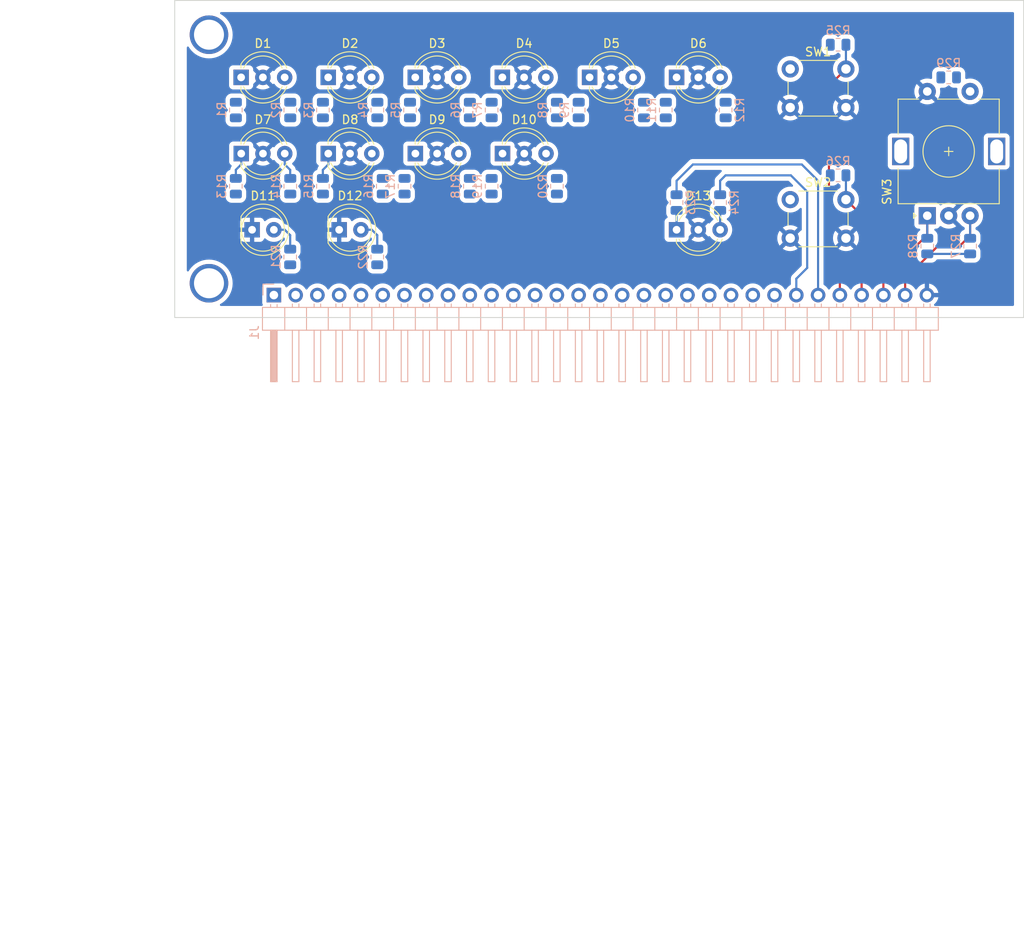
<source format=kicad_pcb>
(kicad_pcb (version 20211014) (generator pcbnew)

  (general
    (thickness 1.6)
  )

  (paper "A4")
  (layers
    (0 "F.Cu" signal)
    (31 "B.Cu" signal)
    (32 "B.Adhes" user "B.Adhesive")
    (33 "F.Adhes" user "F.Adhesive")
    (34 "B.Paste" user)
    (35 "F.Paste" user)
    (36 "B.SilkS" user "B.Silkscreen")
    (37 "F.SilkS" user "F.Silkscreen")
    (38 "B.Mask" user)
    (39 "F.Mask" user)
    (40 "Dwgs.User" user "User.Drawings")
    (41 "Cmts.User" user "User.Comments")
    (42 "Eco1.User" user "User.Eco1")
    (43 "Eco2.User" user "User.Eco2")
    (44 "Edge.Cuts" user)
    (45 "Margin" user)
    (46 "B.CrtYd" user "B.Courtyard")
    (47 "F.CrtYd" user "F.Courtyard")
    (48 "B.Fab" user)
    (49 "F.Fab" user)
    (50 "User.1" user)
    (51 "User.2" user)
    (52 "User.3" user)
    (53 "User.4" user)
    (54 "User.5" user)
    (55 "User.6" user)
    (56 "User.7" user)
    (57 "User.8" user)
    (58 "User.9" user)
  )

  (setup
    (pad_to_mask_clearance 0)
    (pcbplotparams
      (layerselection 0x00010fc_ffffffff)
      (disableapertmacros false)
      (usegerberextensions false)
      (usegerberattributes true)
      (usegerberadvancedattributes true)
      (creategerberjobfile true)
      (svguseinch false)
      (svgprecision 6)
      (excludeedgelayer true)
      (plotframeref false)
      (viasonmask false)
      (mode 1)
      (useauxorigin false)
      (hpglpennumber 1)
      (hpglpenspeed 20)
      (hpglpendiameter 15.000000)
      (dxfpolygonmode true)
      (dxfimperialunits true)
      (dxfusepcbnewfont true)
      (psnegative false)
      (psa4output false)
      (plotreference true)
      (plotvalue true)
      (plotinvisibletext false)
      (sketchpadsonfab false)
      (subtractmaskfromsilk false)
      (outputformat 1)
      (mirror false)
      (drillshape 1)
      (scaleselection 1)
      (outputdirectory "")
    )
  )

  (net 0 "")
  (net 1 "Net-(D1-Pad1)")
  (net 2 "GNDD")
  (net 3 "Net-(D1-Pad3)")
  (net 4 "Net-(D2-Pad1)")
  (net 5 "Net-(D2-Pad3)")
  (net 6 "Net-(D3-Pad1)")
  (net 7 "Net-(D3-Pad3)")
  (net 8 "Net-(D4-Pad1)")
  (net 9 "Net-(D4-Pad3)")
  (net 10 "Net-(D5-Pad1)")
  (net 11 "Net-(D5-Pad3)")
  (net 12 "Net-(D6-Pad1)")
  (net 13 "Net-(D6-Pad3)")
  (net 14 "Net-(D7-Pad1)")
  (net 15 "Net-(D7-Pad3)")
  (net 16 "Net-(D8-Pad1)")
  (net 17 "LED_VALVE1_OPEN")
  (net 18 "LED_VALVE1_CLOSE")
  (net 19 "LED_VALVE2_OPEN")
  (net 20 "LED_VALVE2_CLOSE")
  (net 21 "LED_VALVE3_OPEN")
  (net 22 "LED_VALVE3_CLOSE")
  (net 23 "LED_VALVE4_OPEN")
  (net 24 "LED_VALVE4_CLOSE")
  (net 25 "LED_LS1_OK")
  (net 26 "LED_LS1_ARARM")
  (net 27 "LED_LS2_OK")
  (net 28 "LED_LS2_ALARM")
  (net 29 "LED_LS3_OK")
  (net 30 "LED_LS3_ALARM")
  (net 31 "LED_PWR_BAT")
  (net 32 "LED_PWR_LINE")
  (net 33 "LED_FS1")
  (net 34 "LED_FS2")
  (net 35 "SW_OK")
  (net 36 "VCC")
  (net 37 "SW_CANCEL")
  (net 38 "SW_ENTER")
  (net 39 "Net-(D10-Pad1)")
  (net 40 "Net-(D10-Pad3)")
  (net 41 "Net-(D12-Pad2)")
  (net 42 "Net-(D13-Pad1)")
  (net 43 "Net-(D13-Pad3)")
  (net 44 "Net-(D8-Pad3)")
  (net 45 "Net-(D9-Pad1)")
  (net 46 "Net-(D9-Pad3)")
  (net 47 "Net-(D11-Pad2)")
  (net 48 "LED_VALVE5_OPEN")
  (net 49 "LED_VALVE5_CLOSE")
  (net 50 "LED_VALVE6_OPEN")
  (net 51 "LED_VALVE6_CLOSE")
  (net 52 "ENC_A")
  (net 53 "ENC_B")
  (net 54 "unconnected-(J1-Pad9)")
  (net 55 "LED_LS4_OK")
  (net 56 "LED_LS4_ALARM")
  (net 57 "unconnected-(J1-Pad1)")
  (net 58 "unconnected-(J1-Pad2)")
  (net 59 "unconnected-(J1-Pad3)")
  (net 60 "unconnected-(J1-Pad10)")
  (net 61 "unconnected-(J1-Pad11)")
  (net 62 "unconnected-(J1-Pad12)")
  (net 63 "unconnected-(J1-Pad4)")
  (net 64 "unconnected-(J1-Pad5)")
  (net 65 "unconnected-(J1-Pad6)")
  (net 66 "unconnected-(J1-Pad7)")
  (net 67 "unconnected-(J1-Pad8)")
  (net 68 "unconnected-(J1-Pad13)")
  (net 69 "unconnected-(J1-Pad14)")
  (net 70 "unconnected-(J1-Pad15)")
  (net 71 "unconnected-(J1-Pad16)")
  (net 72 "unconnected-(J1-Pad17)")
  (net 73 "unconnected-(J1-Pad18)")
  (net 74 "unconnected-(J1-Pad19)")
  (net 75 "unconnected-(J1-Pad20)")
  (net 76 "unconnected-(J1-Pad21)")
  (net 77 "unconnected-(J1-Pad22)")
  (net 78 "unconnected-(J1-Pad23)")
  (net 79 "unconnected-(J1-Pad24)")

  (footprint "Button_Switch_THT:SW_PUSH_6mm" (layer "F.Cu") (at 175.82 108.24))

  (footprint "LED_THT:LED_D5.0mm-3" (layer "F.Cu") (at 132.08 102.87))

  (footprint "LED_THT:LED_D5.0mm-3" (layer "F.Cu") (at 142.23 93.98))

  (footprint "LED_THT:LED_D5.0mm-3" (layer "F.Cu") (at 152.41 93.98))

  (footprint "LED_THT:LED_D5.0mm-3" (layer "F.Cu") (at 111.76 102.87))

  (footprint "LED_THT:LED_D5.0mm-3" (layer "F.Cu") (at 121.91 93.98))

  (footprint "Button_Switch_THT:SW_PUSH_6mm" (layer "F.Cu") (at 175.82 93))

  (footprint "Rotary_Encoder:RotaryEncoder_Alps_EC11E-Switch_Vertical_H20mm" (layer "F.Cu") (at 191.81 110.12 90))

  (footprint "LED_THT:LED_D5.0mm-3" (layer "F.Cu") (at 132.07 93.98))

  (footprint "LED_THT:LED_D5.0mm" (layer "F.Cu") (at 123.19 111.76))

  (footprint "LED_THT:LED_D5.0mm-3" (layer "F.Cu") (at 162.56 93.98))

  (footprint "LED_THT:LED_D5.0mm-3" (layer "F.Cu") (at 111.75 93.98))

  (footprint "LED_THT:LED_D5.0mm-3" (layer "F.Cu") (at 142.25 102.87))

  (footprint "LED_THT:LED_D5.0mm" (layer "F.Cu") (at 113.03 111.76))

  (footprint "LED_THT:LED_D5.0mm-3" (layer "F.Cu") (at 121.92 102.87))

  (footprint "LED_THT:LED_D5.0mm-3" (layer "F.Cu") (at 162.56 111.76))

  (footprint "Resistor_SMD:R_0805_2012Metric" (layer "B.Cu") (at 127.645 97.79 -90))

  (footprint "Resistor_SMD:R_0805_2012Metric" (layer "B.Cu") (at 130.82 106.68 -90))

  (footprint "Resistor_SMD:R_0805_2012Metric" (layer "B.Cu") (at 151.14 97.79 -90))

  (footprint "Resistor_SMD:R_0805_2012Metric" (layer "B.Cu") (at 140.98 97.79 -90))

  (footprint "Resistor_SMD:R_0805_2012Metric" (layer "B.Cu") (at 138.44 106.68 -90))

  (footprint "Resistor_SMD:R_0805_2012Metric" (layer "B.Cu") (at 181.4075 90.17 180))

  (footprint "Resistor_SMD:R_0805_2012Metric" (layer "B.Cu") (at 161.3 97.79 -90))

  (footprint "Resistor_SMD:R_0805_2012Metric" (layer "B.Cu") (at 111.135 97.79 -90))

  (footprint "Resistor_SMD:R_0805_2012Metric" (layer "B.Cu") (at 138.44 97.79 -90))

  (footprint "Resistor_SMD:R_0805_2012Metric" (layer "B.Cu") (at 148.6 106.68 -90))

  (footprint "Resistor_SMD:R_0805_2012Metric" (layer "B.Cu") (at 191.81 113.665 -90))

  (footprint "Resistor_SMD:R_0805_2012Metric" (layer "B.Cu") (at 111.135 106.68 -90))

  (footprint "Resistor_SMD:R_0805_2012Metric" (layer "B.Cu") (at 167.64 108.585 90))

  (footprint "Resistor_SMD:R_0805_2012Metric" (layer "B.Cu") (at 181.4075 105.41 180))

  (footprint "Resistor_SMD:R_0805_2012Metric" (layer "B.Cu") (at 117.475 114.935 -90))

  (footprint "Resistor_SMD:R_0805_2012Metric" (layer "B.Cu") (at 196.81 113.665 -90))

  (footprint "Connector_PinHeader_2.54mm:PinHeader_1x31_P2.54mm_Horizontal" (layer "B.Cu") (at 115.57 119.38 -90))

  (footprint "Resistor_SMD:R_0805_2012Metric" (layer "B.Cu") (at 148.6 97.79 -90))

  (footprint "Resistor_SMD:R_0805_2012Metric" (layer "B.Cu") (at 117.485 97.79 -90))

  (footprint "Resistor_SMD:R_0805_2012Metric" (layer "B.Cu") (at 194.31 93.98 180))

  (footprint "Resistor_SMD:R_0805_2012Metric" (layer "B.Cu") (at 131.455 97.79 -90))

  (footprint "Resistor_SMD:R_0805_2012Metric" (layer "B.Cu") (at 158.76 97.79 -90))

  (footprint "Resistor_SMD:R_0805_2012Metric" (layer "B.Cu") (at 121.295 106.68 -90))

  (footprint "Resistor_SMD:R_0805_2012Metric" (layer "B.Cu") (at 162.56 108.585 90))

  (footprint "Resistor_SMD:R_0805_2012Metric" (layer "B.Cu") (at 140.98 106.68 -90))

  (footprint "Resistor_SMD:R_0805_2012Metric" (layer "B.Cu")
    (tedit 5F68FEEE) (tstamp d0b7c21f-a06e-41c7-bf5e-2fd7975e7b24)
    (at 121.295 97.79 -90)
    (descr "Resistor SMD 0805 (2012 Metric), square (rectangular) end terminal, IPC_7351 nominal, (Body size source: IPC-SM-782 page 72, https://www.pcb-3d.com/wordpress/wp-content/uploads/ipc-sm-782a_amendment_1_and_2.pdf), generated with kicad-footprint-generator")
    (tags "resistor")
    (property "Sheetfile" "leds.kicad_sch")
    (property "Sheetname" "LEDs")
    (path "/dc6799e6-5156-407f-892b-a264a1639adc/ad1c8dfc-7d1a-409b-83f9-c7413f8658f7")
    (attr smd)
    (fp_text reference "R3" (at 0 1.65 90) (layer "B.SilkS")
      (effects (font (size 1 1) (thickness 0.15)) (justify mirror))
      (tstamp 8fc93f88-b1f4-424b-95c9-da2644c7b379)
    )
    (fp_text value "360" (at 0 -1.65 90) (layer "B.Fab")
      (effects (font (size 1 1) (thickness 0.15)) (justify mirror))
      (tstamp 5548ac48-4ffb-41e8-81de-2d2ef6751716)
    )
    (fp_text user "${REFERENCE}" (at 0 0 90) (layer "B.Fab")
      (effects (font (size 0.5 0.5) (thickness 0.08)) (justify mirror))
      (tstamp f8d52f59-895e-4c40-8dd9-e23b5b88c8ff)
    )
    (fp_line (start -0.227064 -0.735) (end 0.227064 -0.735) (layer "B.SilkS") (width 0.12) (tstamp 1d56263a-5f80-45ea-b481-0438c8e9f0b1))
    (fp_line (start -0.227064 0.735) (end 0.227064 0.735) (layer "B.SilkS") (width 0.12) (tstamp f181c2b7-e2d9-4865-8b99-cefe38480efd))
    (fp_line (start 1.68 -0.95) (end -1.68 -0.95) (layer "B.CrtYd") (width 0.05) (tstamp 5e6e672c-8641-4a19-b6b4-e20800c3200b))
    (fp_line (start -1.68 -0.95) (end -1.68 0.95) (layer "B.CrtYd") (width 0.05) (tstamp 7586e236-59f2-4f84-8aca-7442d96af72e))
    (fp_line (start -1.68 0.95) (end 1.68 0.95) (layer "B.CrtYd") (width 0.05) (tstamp 9524e3c8-1b88-4ed2-84c3-974f4e36beec))
    (fp_line (start 1.68 0.95) (end 1.68 -0.95) (layer "B.CrtYd") (width 0.05) (tstamp 9f1f93d2-cd7e-4b01-be93-0654e722fc72))
    (fp_line (start -1 0.625) (end 1 0.625) (layer "B.Fab") (width 0.1) (tstamp 037e3f7f-3b62-4254-8675-e11444542769))
    (fp_line (start 1 0.625) (end 1 -0.625) (layer "B.Fab") (width 0.1) (tstamp 30b908ca-6da3-44fc-b59c-87f94f475c5d))
    (fp_line (start -1 -0.625) (end -1 0.625) (layer "B.Fab") (width 0.1) (tstamp 314ddd5c-7c66-488c-aa6e-b4e9a2d552e9))
    (fp_line (start 1 -0.625) (end -1 -0.625) (layer "B.Fab") (width 0.1) (tstamp 5e81e47c-cca4-4fc6-893c-46cd5540d3cf))
    (pad "1" smd roundrect (at -0.9125 0 270) (size 1.025 1.4) (layers "B.Cu" "B.Paste" "B.Mask") (roundrect_rratio 0.243902)
      (net 4 "Net-(D2-Pad1)") (pintype "passive") (tstamp fb3946a8-cca8-4a87-b1e8-afa1643caa92))
    (pad "2" smd roundrect (at 0.9125 0 
... [334378 chars truncated]
</source>
